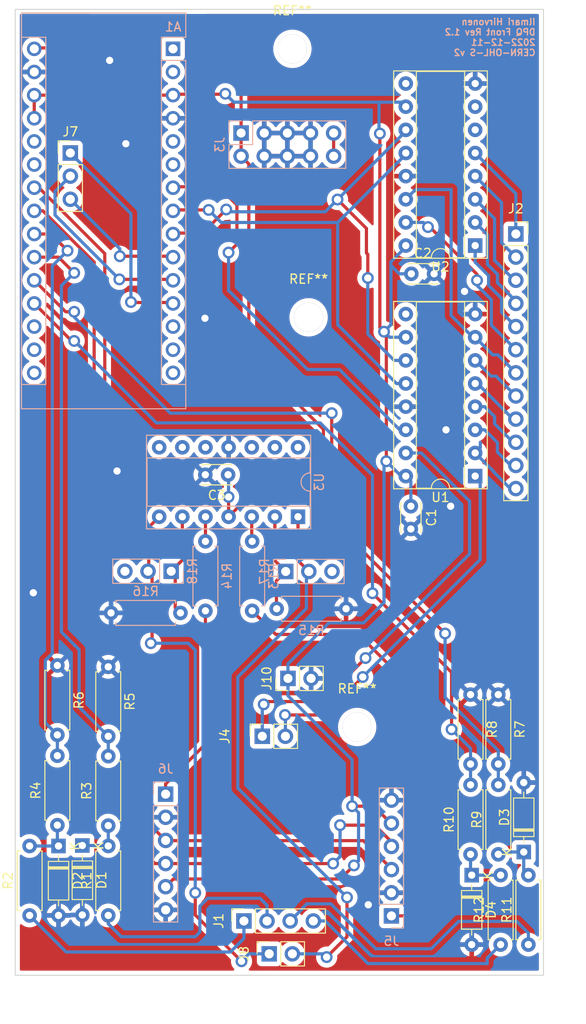
<source format=kicad_pcb>
(kicad_pcb (version 20211014) (generator pcbnew)
  (layers (0 "F.Cu" signal) (31 "B.Cu" signal) (34 "B.Paste" user) (35 "F.Paste" user) (36 "B.SilkS" user "B.Silkscreen") (37 "F.SilkS" user "F.Silkscreen") (38 "B.Mask" user) (39 "F.Mask" user) (44 "Edge.Cuts" user))
  (net 0 "")
  (net 3 "Arduino 5V")
  (net 4 "GND")
  (net 7 "Net-(A1-Pad7)")
  (net 8 "Net-(A1-Pad8)")
  (net 9 "Net-(A1-Pad9)")
  (net 10 "Net-(A1-Pad10)")
  (net 11 "Net-(A1-Pad11)")
  (net 12 "Net-(A1-Pad12)")
  (net 19 "Net-(A1-Pad19)")
  (net 20 "Net-(A1-Pad20)")
  (net 21 "Net-(A1-Pad21)")
  (net 22 "Net-(A1-Pad22)")
  (net 23 "Net-(A1-Pad23)")
  (net 24 "Net-(A1-Pad24)")
  (net 27 "+12V")
  (net 28 "Net-(D1-Pad1)")
  (net 29 "Net-(D2-Pad1)")
  (net 30 "Net-(D3-Pad1)")
  (net 31 "Net-(D4-Pad1)")
  (net 32 "Net-(J1-Pad1)")
  (net 33 "Net-(J1-Pad2)")
  (net 34 "Net-(J1-Pad3)")
  (net 35 "Net-(J1-Pad4)")
  (net 36 "/l12")
  (net 37 "/l11")
  (net 38 "/l10")
  (net 39 "/l9")
  (net 40 "/l8")
  (net 41 "/l7")
  (net 42 "/l6")
  (net 43 "/l5")
  (net 44 "/l4")
  (net 45 "/l3")
  (net 46 "/l2")
  (net 47 "/l1")
  (net 48 "/l13")
  (net 49 "/l14")
  (net 50 "Net-(J5-Pad1)")
  (net 51 "Net-(J6-Pad1)")
  (net 52 "Net-(R18-Pad2)")
  (net 53 "Net-(J8-Pad2)")
  (net 54 "Net-(R13-Pad2)")
  (net 55 "Net-(R14-Pad2)")
  (net 56 "Net-(R15-Pad1)")
  (net 57 "Net-(R16-Pad1)")
  (net 62 "Net-(J3-Pad10)")
  (footprint "Connector_PinHeader_2.54mm:PinHeader_1x03_P2.54mm_Vertical" (layer "F.Cu") (at 19.05 32.766)
    (fp_text reference "J7")
    (fp_text value "Conn_01x03_Female")
  )
  (footprint "Package_DIP:DIP-16_W7.62mm_Socket" (layer "F.Cu") (at 63.5 42.926 180)
    (fp_text reference "U2")
    (fp_text value "74HC595")
  )
  (footprint "Connector_PinSocket_2.54mm:PinSocket_1x12_P2.54mm_Vertical" (layer "F.Cu") (at 67.965 41.651)
    (fp_text reference "J2")
    (fp_text value "Conn_01x12_Female")
  )
  (footprint "Resistor_THT:R_Axial_DIN0207_L6.3mm_D2.5mm_P7.62mm_Horizontal" (layer "F.Cu") (at 66.04 109.728 90)
    (fp_text reference "R9")
    (fp_text value "10k")
  )
  (footprint "Resistor_THT:R_Axial_DIN0207_L6.3mm_D2.5mm_P7.62mm_Horizontal" (layer "F.Cu") (at 69.342 119.634 90)
    (fp_text reference "R11")
    (fp_text value "10k")
  )
  (footprint "Diode_THT:D_DO-35_SOD27_P7.62mm_Horizontal" (layer "F.Cu") (at 17.7546 108.8136 -90)
    (fp_text reference "D2")
    (fp_text value "1N4148")
  )
  (footprint "Connector_PinSocket_2.54mm:PinSocket_1x02_P2.54mm_Vertical" (layer "F.Cu") (at 40.889 120.65 90)
    (fp_text reference "J8")
    (fp_text value "Conn_01x02_Female")
  )
  (footprint "Resistor_THT:R_Axial_DIN0207_L6.3mm_D2.5mm_P7.62mm_Horizontal" (layer "F.Cu") (at 62.992 92.202 -90)
    (fp_text reference "R8")
    (fp_text value "20k")
  )
  (footprint "Package_DIP:DIP-16_W7.62mm_Socket" (layer "F.Cu") (at 63.5 68.2244 180)
    (fp_text reference "U1")
    (fp_text value "74HC595")
  )
  (footprint "MountingHole:MountingHole_3.2mm_M3" (layer "F.Cu") (at 43.434 21.336)
    (fp_text reference "REF**")
    (fp_text value "MountingHole_3.2mm_M3")
  )
  (footprint "Resistor_THT:R_Axial_DIN0207_L6.3mm_D2.5mm_P7.62mm_Horizontal" (layer "F.Cu") (at 66.04 92.202 -90)
    (fp_text reference "R7")
    (fp_text value "20k")
  )
  (footprint "Capacitor_THT:C_Disc_D3.0mm_W2.0mm_P2.50mm" (layer "F.Cu") (at 56.4388 71.5264 -90)
    (fp_text reference "C1")
    (fp_text value "10n")
  )
  (footprint "Resistor_THT:R_Axial_DIN0207_L6.3mm_D2.5mm_P7.62mm_Horizontal" (layer "F.Cu") (at 23.2156 106.5784 90)
    (fp_text reference "R3")
    (fp_text value "10k")
  )
  (footprint "Resistor_THT:R_Axial_DIN0207_L6.3mm_D2.5mm_P7.62mm_Horizontal" (layer "F.Cu") (at 66.294 119.634 90)
    (fp_text reference "R12")
    (fp_text value "10k")
  )
  (footprint "Connector_PinSocket_2.54mm:PinSocket_1x02_P2.54mm_Vertical" (layer "F.Cu") (at 40.127 96.774 90)
    (fp_text reference "J4")
    (fp_text value "Conn_01x02_Female")
  )
  (footprint "Diode_THT:D_DO-35_SOD27_P7.62mm_Horizontal" (layer "F.Cu") (at 68.834 109.474 90)
    (fp_text reference "D3")
    (fp_text value "1N4148")
  )
  (footprint "Connector_PinHeader_2.54mm:PinHeader_1x02_P2.54mm_Vertical" (layer "F.Cu") (at 42.946 90.424 90)
    (fp_text reference "J10")
    (fp_text value "Conn_01x02_Female")
  )
  (footprint "Capacitor_THT:C_Disc_D3.0mm_W2.0mm_P2.50mm" (layer "F.Cu") (at 36.3728 68.072 180)
    (fp_text reference "C3")
    (fp_text value "10n")
  )
  (footprint "Resistor_THT:R_Axial_DIN0207_L6.3mm_D2.5mm_P7.62mm_Horizontal" (layer "F.Cu") (at 17.6276 106.5276 90)
    (fp_text reference "R4")
    (fp_text value "10k")
  )
  (footprint "Connector_PinSocket_2.54mm:PinSocket_1x04_P2.54mm_Vertical" (layer "F.Cu") (at 38.11 117.0432 90)
    (fp_text reference "J1")
    (fp_text value "Conn_01x04_Female")
  )
  (footprint "Diode_THT:D_DO-35_SOD27_P7.62mm_Horizontal" (layer "F.Cu") (at 63.119 112.014 -90)
    (fp_text reference "D4")
    (fp_text value "1N4148")
  )
  (footprint "Resistor_THT:R_Axial_DIN0207_L6.3mm_D2.5mm_P7.62mm_Horizontal" (layer "F.Cu") (at 14.5796 116.4336 90)
    (fp_text reference "R2")
    (fp_text value "10k")
  )
  (footprint "MountingHole:MountingHole_3.2mm_M3" (layer "F.Cu") (at 50.546 95.758)
    (fp_text reference "REF**")
    (fp_text value "MountingHole_3.2mm_M3")
  )
  (footprint "Diode_THT:D_DO-35_SOD27_P7.62mm_Horizontal" (layer "F.Cu") (at 20.3708 108.7628 -90)
    (fp_text reference "D1")
    (fp_text value "1N4148")
  )
  (footprint "Resistor_THT:R_Axial_DIN0207_L6.3mm_D2.5mm_P7.62mm_Horizontal" (layer "F.Cu") (at 23.2156 89.154 -90)
    (fp_text reference "R5")
    (fp_text value "20k")
  )
  (footprint "Resistor_THT:R_Axial_DIN0207_L6.3mm_D2.5mm_P7.62mm_Horizontal" (layer "F.Cu") (at 62.992 109.728 90)
    (fp_text reference "R10")
    (fp_text value "10k")
  )
  (footprint "Capacitor_THT:C_Disc_D3.0mm_W2.0mm_P2.50mm" (layer "F.Cu") (at 56.4896 46.0248)
    (fp_text reference "C2")
    (fp_text value "10n")
  )
  (footprint "Resistor_THT:R_Axial_DIN0207_L6.3mm_D2.5mm_P7.62mm_Horizontal" (layer "F.Cu") (at 17.6276 89.0016 -90)
    (fp_text reference "R6")
    (fp_text value "20k")
  )
  (footprint "Resistor_THT:R_Axial_DIN0207_L6.3mm_D2.5mm_P7.62mm_Horizontal" (layer "F.Cu") (at 23.2156 116.4336 90)
    (fp_text reference "R1")
    (fp_text value "10k")
  )
  (footprint "MountingHole:MountingHole_3.2mm_M3" (layer "F.Cu") (at 45.212 50.8)
    (fp_text reference "REF**")
    (fp_text value "MountingHole_3.2mm_M3")
  )
  (footprint "Connector_PinHeader_2.54mm:PinHeader_2x05_P2.54mm_Vertical" (layer "B.Cu") (at 37.8002 30.5766 -90)
    (fp_text reference "J3")
    (fp_text value "Conn_02x05_Odd_Even")
  )
  (footprint "Connector_PinHeader_2.54mm:PinHeader_1x03_P2.54mm_Vertical" (layer "B.Cu") (at 30.1244 78.6638 90)
    (fp_text reference "R18")
    (fp_text value "R_Trim")
  )
  (footprint "Resistor_THT:R_Axial_DIN0207_L6.3mm_D2.5mm_P7.62mm_Horizontal" (layer "B.Cu") (at 33.8836 83.0072 90)
    (fp_text reference "R14")
    (fp_text value "10k")
  )
  (footprint "Module:Arduino_Nano" (layer "B.Cu") (at 30.3276 21.336 180)
    (fp_text reference "A1")
    (fp_text value "Arduino_Nano_v3.x")
  )
  (footprint "Resistor_THT:R_Axial_DIN0207_L6.3mm_D2.5mm_P7.62mm_Horizontal" (layer "B.Cu") (at 31.1404 83.2358 180)
    (fp_text reference "R16")
    (fp_text value "100k")
  )
  (footprint "Package_DIP:DIP-14_W7.62mm_Socket" (layer "B.Cu") (at 44.0486 72.6848 90)
    (fp_text reference "U3")
    (fp_text value "LM324")
  )
  (footprint "Connector_PinSocket_2.54mm:PinSocket_1x06_P2.54mm_Vertical" (layer "B.Cu") (at 29.5148 103.124 180)
    (fp_text reference "J6")
    (fp_text value "MCP4725Breakout")
  )
  (footprint "Resistor_THT:R_Axial_DIN0207_L6.3mm_D2.5mm_P7.62mm_Horizontal" (layer "B.Cu") (at 41.7068 82.7786)
    (fp_text reference "R15")
    (fp_text value "100k")
  )
  (footprint "Resistor_THT:R_Axial_DIN0207_L6.3mm_D2.5mm_P7.62mm_Horizontal" (layer "B.Cu") (at 39.0144 83.0072 90)
    (fp_text reference "R13")
    (fp_text value "10k")
  )
  (footprint "Connector_PinHeader_2.54mm:PinHeader_1x03_P2.54mm_Vertical" (layer "B.Cu") (at 42.6974 78.6892 -90)
    (fp_text reference "R17")
    (fp_text value "R_Trim")
  )
  (footprint "Connector_PinSocket_2.54mm:PinSocket_1x06_P2.54mm_Vertical" (layer "B.Cu") (at 54.3052 116.4844)
    (fp_text reference "J5")
    (fp_text value "MCP4725Breakout")
  )
  (gr_rect (start 13 17) (end 71 123) (layer "Edge.Cuts") (width 0.1) (fill none))
  (gr_text "Ilmari Hirvonen\nDPQ Front Rev 1.2\n2022-12-11 \nCERN-OHL-S v2" (at 70.2056 20.066) (layer "B.SilkS") (effects (font (size 0.7 0.7)) (justify left mirror)))
  (segment (start 52.3748 104.4448) (end 49.9872 104.4448) (width 0.35) (layer "F.Cu") (net 3))
  (segment (start 54.2544 106.3244) (end 52.3748 104.4448) (width 0.35) (layer "F.Cu") (net 3))
  (segment (start 53.0352 30.6324) (end 53.0352 51.9176) (width 0.35) (layer "F.Cu") (net 3))
  (segment (start 30.3276 26.416) (end 30.4292 26.3144) (width 0.35) (layer "F.Cu") (net 3))
  (segment (start 53.0352 51.9176) (end 53.4924 52.3748) (width 0.35) (layer "F.Cu") (net 3))
  (segment (start 30.4292 26.3144) (end 36.0172 26.3144) (width 0.35) (layer "F.Cu") (net 3))
  (segment (start 53.7464 52.6288) (end 53.4924 52.3748) (width 0.35) (layer "F.Cu") (net 3))
  (segment (start 30.3648 112.434) (end 48.7036 112.434) (width 0.35) (layer "F.Cu") (net 3))
  (segment (start 54.3052 106.3244) (end 54.2544 106.3244) (width 0.35) (layer "F.Cu") (net 3))
  (segment (start 36.0172 26.3144) (end 36.068 26.2636) (width 0.35) (layer "F.Cu") (net 3))
  (segment (start 29.5148 113.284) (end 30.3648 112.434) (width 0.35) (layer "F.Cu") (net 3))
  (segment (start 15.0876 28.956) (end 15.0876 26.416) (width 0.35) (layer "F.Cu") (net 3))
  (segment (start 48.7036 112.434) (end 50.1904 110.9472) (width 0.35) (layer "F.Cu") (net 3))
  (segment (start 53.7464 66.5988) (end 53.7464 52.6288) (width 0.35) (layer "F.Cu") (net 3))
  (segment (start 15.0876 26.416) (end 30.3276 26.416) (width 0.35) (layer "F.Cu") (net 3))
  (via (at 53.7464 66.5988) (size 1.3) (drill 0.8) (layers "F.Cu" "B.Cu") (net 3))
  (via (at 49.9872 104.4448) (size 1.3) (drill 0.8) (layers "F.Cu" "B.Cu") (net 3))
  (via (at 53.0352 30.6324) (size 1.3) (drill 0.8) (layers "F.Cu" "B.Cu") (net 3))
  (via (at 50.1904 110.9472) (size 1.3) (drill 0.8) (layers "F.Cu" "B.Cu") (net 3))
  (via (at 36.068 26.2636) (size 1.3) (drill 0.8) (layers "F.Cu" "B.Cu") (net 3))
  (via (at 53.4924 52.3748) (size 1.3) (drill 0.8) (layers "F.Cu" "B.Cu") (net 3))
  (segment (start 42.946 88.8292) (end 47.4472 84.328) (width 0.35) (layer "B.Cu") (net 3))
  (segment (start 54.2544 45.1104) (end 54.2544 44.704) (width 0.35) (layer "B.Cu") (net 3))
  (segment (start 54.2544 45.1104) (end 55.1688 46.0248) (width 0.35) (layer "B.Cu") (net 3))
  (segment (start 52.9436 27.188) (end 55.382 27.188) (width 0.35) (layer "B.Cu") (net 3))
  (segment (start 55.88 52.9844) (end 54.102 52.9844) (width 0.35) (layer "B.Cu") (net 3))
  (segment (start 55.382 27.188) (end 55.88 27.686) (width 0.35) (layer "B.Cu") (net 3))
  (segment (start 42.946 92.3236) (end 49.9872 99.3648) (width 0.35) (layer "B.Cu") (net 3))
  (segment (start 55.372 68.2244) (end 53.7464 66.5988) (width 0.35) (layer "B.Cu") (net 3))
  (segment (start 54.102 52.9844) (end 53.4924 52.3748) (width 0.35) (layer "B.Cu") (net 3))
  (segment (start 54.2544 45.1104) (end 54.2544 51.6128) (width 0.35) (layer "B.Cu") (net 3))
  (segment (start 42.946 90.424) (end 42.946 92.3236) (width 0.35) (layer "B.Cu") (net 3))
  (segment (start 55.1688 46.0248) (end 56.4896 46.0248) (width 0.35) (layer "B.Cu") (net 3))
  (segment (start 52.9436 30.5408) (end 53.0352 30.6324) (width 0.35) (layer "B.Cu") (net 3))
  (segment (start 50.6984 105.156) (end 50.6984 110.4392) (width 0.35) (layer "B.Cu") (net 3))
  (segment (start 52.9436 27.188) (end 52.9436 30.5408) (width 0.35) (layer "B.Cu") (net 3))
  (segment (start 50.6984 110.4392) (end 50.1904 110.9472) (width 0.35) (layer "B.Cu") (net 3))
  (segment (start 55.88 68.2244) (end 55.372 68.2244) (width 0.35) (layer "B.Cu") (net 3))
  (segment (start 56.4388 71.5264) (end 56.4388 68.7832) (width 0.35) (layer "B.Cu") (net 3))
  (segment (start 47.4472 84.328) (end 51.2572 84.328) (width 0.35) (layer "B.Cu") (net 3))
  (segment (start 52.9436 27.188) (end 36.9924 27.188) (width 0.35) (layer "B.Cu") (net 3))
  (segment (start 53.4924 66.8528) (end 53.7464 66.5988) (width 0.35) (layer "B.Cu") (net 3))
  (segment (start 42.946 90.424) (end 42.946 88.8292) (width 0.35) (layer "B.Cu") (net 3))
  (segment (start 56.4388 68.7832) (end 55.88 68.2244) (width 0.35) (layer "B.Cu") (net 3))
  (segment (start 49.9872 104.4448) (end 50.6984 105.156) (width 0.35) (layer "B.Cu") (net 3))
  (segment (start 54.2544 51.6128) (end 53.4924 52.3748) (width 0.35) (layer "B.Cu") (net 3))
  (segment (start 51.2572 84.328) (end 53.4924 82.0928) (width 0.35) (layer "B.Cu") (net 3))
  (segment (start 55.88 43.0784) (end 55.88 42.926) (width 0.35) (layer "B.Cu") (net 3))
  (segment (start 53.4924 82.0928) (end 53.4924 66.8528) (width 0.35) (layer "B.Cu") (net 3))
  (segment (start 49.9872 99.3648) (end 49.9872 104.4448) (width 0.35) (layer "B.Cu") (net 3))
  (segment (start 54.2544 44.704) (end 55.88 43.0784) (width 0.35) (layer "B.Cu") (net 3))
  (segment (start 36.9924 27.188) (end 36.068 26.2636) (width 0.35) (layer "B.Cu") (net 3))
  (via (at 14.986 81.026) (size 1.3) (drill 0.8) (layers "F.Cu" "B.Cu") (net 4))
  (via (at 60.8076 71.5264) (size 1.3) (drill 0.8) (layers "F.Cu" "B.Cu") (net 4))
  (via (at 60.2996 63.1444) (size 1.3) (drill 0.8) (layers "F.Cu" "B.Cu") (net 4))
  (via (at 25.146 31.75) (size 1.3) (drill 0.8) (layers "F.Cu" "B.Cu") (net 4))
  (via (at 33.8328 50.9016) (size 1.3) (drill 0.8) (layers "F.Cu" "B.Cu") (net 4))
  (via (at 24.1808 67.6656) (size 1.3) (drill 0.8) (layers "F.Cu" "B.Cu") (net 4))
  (via (at 62.3316 47.9552) (size 1.3) (drill 0.8) (layers "F.Cu" "B.Cu") (net 4))
  (via (at 51.7652 115.2652) (size 1.3) (drill 0.8) (layers "F.Cu" "B.Cu") (net 4))
  (via (at 23.368 22.606) (size 1.3) (drill 0.8) (layers "F.Cu" "B.Cu") (net 4))
  (segment (start 35.341394 36.4744) (end 37.3441 38.477106) (width 0.35) (layer "F.Cu") (net 7))
  (segment (start 30.4292 36.4744) (end 35.341394 36.4744) (width 0.35) (layer "F.Cu") (net 7))
  (segment (start 37.3441 42.7675) (end 36.4236 43.688) (width 0.35) (layer "F.Cu") (net 7))
  (segment (start 37.3441 38.477106) (end 37.3441 42.7675) (width 0.35) (layer "F.Cu") (net 7))
  (segment (start 30.3276 36.576) (end 30.4292 36.4744) (width 0.35) (layer "F.Cu") (net 7))
  (via (at 36.4236 43.688) (size 1.3) (drill 0.8) (layers "F.Cu" "B.Cu") (net 7))
  (segment (start 36.4236 43.688) (end 36.4236 47.8536) (width 0.35) (layer "B.Cu") (net 7))
  (segment (start 45.096898 56.526898) (end 48.602098 56.526898) (width 0.35) (layer "B.Cu") (net 7))
  (segment (start 48.602098 56.526898) (end 55.2196 63.1444) (width 0.35) (layer "B.Cu") (net 7))
  (segment (start 55.2196 63.1444) (end 55.88 63.1444) (width 0.35) (layer "B.Cu") (net 7))
  (segment (start 36.4236 47.8536) (end 45.096898 56.526898) (width 0.35) (layer "B.Cu") (net 7))
  (segment (start 30.3276 39.116) (end 30.4292 39.0144) (width 0.35) (layer "F.Cu") (net 8))
  (segment (start 30.4292 39.0144) (end 34.2392 39.0144) (width 0.35) (layer "F.Cu") (net 8))
  (via (at 34.2392 39.0144) (size 1.3) (drill 0.8) (layers "F.Cu" "B.Cu") (net 8))
  (segment (start 55.88 32.9184) (end 48.4063 40.3921) (width 0.35) (layer "B.Cu") (net 8))
  (segment (start 48.4063 51.6067) (end 54.864 58.0644) (width 0.35) (layer "B.Cu") (net 8))
  (segment (start 35.6169 40.3921) (end 34.2392 39.0144) (width 0.35) (layer "B.Cu") (net 8))
  (segment (start 48.4063 40.3921) (end 35.6169 40.3921) (width 0.35) (layer "B.Cu") (net 8))
  (segment (start 55.88 32.766) (end 55.88 32.9184) (width 0.35) (layer "B.Cu") (net 8))
  (segment (start 54.864 58.0644) (end 55.88 58.0644) (width 0.35) (layer "B.Cu") (net 8))
  (segment (start 48.4063 40.3921) (end 48.4063 51.6067) (width 0.35) (layer "B.Cu") (net 8))
  (segment (start 30.4292 41.5544) (end 33.5788 41.5544) (width 0.35) (layer "F.Cu") (net 9))
  (segment (start 30.3276 41.656) (end 30.4292 41.5544) (width 0.35) (layer "F.Cu") (net 9))
  (segment (start 48.387 37.8714) (end 51.562 41.0464) (width 0.35) (layer "F.Cu") (net 9))
  (segment (start 51.562 43.7388) (end 51.7144 43.8912) (width 0.35) (layer "F.Cu") (net 9))
  (segment (start 33.5788 41.5544) (end 36.1696 38.9636) (width 0.35) (layer "F.Cu") (net 9))
  (segment (start 51.562 41.0464) (end 51.562 43.7388) (width 0.35) (layer "F.Cu") (net 9))
  (segment (start 51.7144 43.8912) (end 51.7144 46.482) (width 0.35) (layer "F.Cu") (net 9))
  (via (at 36.1696 38.9636) (size 1.3) (drill 0.8) (layers "F.Cu" "B.Cu") (net 9))
  (via (at 51.7144 46.482) (size 1.3) (drill 0.8) (layers "F.Cu" "B.Cu") (net 9))
  (via (at 48.387 37.8714) (size 1.3) (drill 0.8) (layers "F.Cu" "B.Cu") (net 9))
  (segment (start 48.387 37.8714) (end 47.0408 39.2176) (width 0.35) (layer "B.Cu") (net 9))
  (segment (start 36.4236 39.2176) (end 36.1696 38.9636) (width 0.35) (layer "B.Cu") (net 9))
  (segment (start 51.7144 52.6288) (end 51.7144 46.482) (width 0.35) (layer "B.Cu") (net 9))
  (segment (start 55.88 30.3784) (end 48.387 37.8714) (width 0.35) (layer "B.Cu") (net 9))
  (segment (start 55.88 30.226) (end 55.88 30.3784) (width 0.35) (layer "B.Cu") (net 9))
  (segment (start 55.88 55.5244) (end 54.61 55.5244) (width 0.35) (layer "B.Cu") (net 9))
  (segment (start 47.0408 39.2176) (end 36.4236 39.2176) (width 0.35) (layer "B.Cu") (net 9))
  (segment (start 54.61 55.5244) (end 51.7144 52.6288) (width 0.35) (layer "B.Cu") (net 9))
  (segment (start 30.226 44.0944) (end 24.4856 44.0944) (width 0.35) (layer "F.Cu") (net 10))
  (segment (start 30.3276 44.196) (end 30.226 44.0944) (width 0.35) (layer "F.Cu") (net 10))
  (via (at 24.4856 44.0944) (size 1.3) (drill 0.8) (layers "F.Cu" "B.Cu") (net 10))
  (segment (start 24.4856 43.2816) (end 24.4856 44.0944) (width 0.35) (layer "B.Cu") (net 10))
  (segment (start 19.05 37.846) (end 24.4856 43.2816) (width 0.35) (layer "B.Cu") (net 10))
  (segment (start 30.3276 46.736) (end 30.226 46.6344) (width 0.35) (layer "F.Cu") (net 11))
  (segment (start 30.226 46.6344) (end 24.4348 46.6344) (width 0.35) (layer "F.Cu") (net 11))
  (via (at 24.4348 46.6344) (size 1.3) (drill 0.8) (layers "F.Cu" "B.Cu") (net 11))
  (segment (start 17.3736 39.5732) (end 24.4348 46.6344) (width 0.35) (layer "B.Cu") (net 11))
  (segment (start 19.05 35.306) (end 17.3736 36.9824) (width 0.35) (layer "B.Cu") (net 11))
  (segment (start 17.3736 36.9824) (end 17.3736 39.5732) (width 0.35) (layer "B.Cu") (net 11))
  (segment (start 30.3276 49.276) (end 30.226 49.1744) (width 0.35) (layer "F.Cu") (net 12))
  (segment (start 30.226 49.1744) (end 25.7556 49.1744) (width 0.35) (layer "F.Cu") (net 12))
  (segment (start 25.7556 49.1744) (end 25.7048 49.1236) (width 0.35) (layer "F.Cu") (net 12))
  (via (at 25.7048 49.1236) (size 1.3) (drill 0.8) (layers "F.Cu" "B.Cu") (net 12))
  (segment (start 19.05 32.766) (end 25.7048 39.4208) (width 0.35) (layer "B.Cu") (net 12))
  (segment (start 25.7048 39.4208) (end 25.7048 49.1236) (width 0.35) (layer "B.Cu") (net 12))
  (segment (start 19.2024 53.3908) (end 19.4757 53.3908) (width 0.35) (layer "F.Cu") (net 19))
  (segment (start 52.2224 81.0768) (end 60.9092 89.7636) (width 0.35) (layer "F.Cu") (net 19))
  (segment (start 60.9092 89.7636) (end 60.9092 96.012) (width 0.35) (layer "F.Cu") (net 19))
  (segment (start 15.0876 49.276) (end 19.2024 53.3908) (width 0.35) (layer "F.Cu") (net 19))
  (via (at 52.2224 81.0768) (size 1.3) (drill 0.8) (layers "F.Cu" "B.Cu") (net 19))
  (via (at 60.9092 96.012) (size 1.3) (drill 0.8) (layers "F.Cu" "B.Cu") (net 19))
  (via (at 19.4757 53.3908) (size 1.3) (drill 0.8) (layers "F.Cu" "B.Cu") (net 19))
  (segment (start 52.2224 81.0768) (end 52.2224 68.1228) (width 0.35) (layer "B.Cu") (net 19))
  (segment (start 62.992 98.0948) (end 62.992 99.822) (width 0.35) (layer "B.Cu") (net 19))
  (segment (start 46.482 62.3824) (end 28.4988 62.3824) (width 0.35) (layer "B.Cu") (net 19))
  (segment (start 60.9092 96.012) (end 62.992 98.0948) (width 0.35) (layer "B.Cu") (net 19))
  (segment (start 19.5072 53.3908) (end 19.4757 53.3908) (width 0.35) (layer "B.Cu") (net 19))
  (segment (start 28.4988 62.3824) (end 19.5072 53.3908) (width 0.35) (layer "B.Cu") (net 19))
  (segment (start 52.2224 68.1228) (end 46.482 62.3824) (width 0.35) (layer "B.Cu") (net 19))
  (segment (start 62.992 99.822) (end 62.992 102.108) (width 0.35) (layer "B.Cu") (net 19))
  (segment (start 18.542 50.1904) (end 19.4757 50.1904) (width 0.35) (layer "F.Cu") (net 20))
  (segment (start 15.0876 46.736) (end 18.542 50.1904) (width 0.35) (layer "F.Cu") (net 20))
  (segment (start 47.752 61.3156) (end 47.752 73.0504) (width 0.35) (layer "F.Cu") (net 20))
  (segment (start 47.752 73.0504) (end 60.198 85.4964) (width 0.35) (layer "F.Cu") (net 20))
  (via (at 47.752 61.3156) (size 1.3) (drill 0.8) (layers "F.Cu" "B.Cu") (net 20))
  (via (at 19.4757 50.1904) (size 1.3) (drill 0.8) (layers "F.Cu" "B.Cu") (net 20))
  (via (at 60.198 85.4964) (size 1.3) (drill 0.8) (layers "F.Cu" "B.Cu") (net 20))
  (segment (start 30.0228 61.3156) (end 19.4757 50.7685) (width 0.35) (layer "B.Cu") (net 20))
  (segment (start 66.04 99.822) (end 66.04 98.3488) (width 0.35) (layer "B.Cu") (net 20))
  (segment (start 66.04 99.822) (end 66.04 102.108) (width 0.35) (layer "B.Cu") (net 20))
  (segment (start 19.4757 50.7685) (end 19.4757 50.1904) (width 0.35) (layer "B.Cu") (net 20))
  (segment (start 60.198 92.5068) (end 60.198 85.4964) (width 0.35) (layer "B.Cu") (net 20))
  (segment (start 66.04 98.3488) (end 60.198 92.5068) (width 0.35) (layer "B.Cu") (net 20))
  (segment (start 47.752 61.3156) (end 30.0228 61.3156) (width 0.35) (layer "B.Cu") (net 20))
  (segment (start 15.0876 44.196) (end 17.7485 44.196) (width 0.35) (layer "F.Cu") (net 21))
  (segment (start 17.7485 44.196) (end 19.4757 45.9232) (width 0.35) (layer "F.Cu") (net 21))
  (via (at 19.4757 45.9232) (size 1.3) (drill 0.8) (layers "F.Cu" "B.Cu") (net 21))
  (segment (start 18.073101 47.325799) (end 19.4757 45.9232) (width 0.35) (layer "B.Cu") (net 21))
  (segment (start 23.2156 96.774) (end 20.0152 93.5736) (width 0.35) (layer "B.Cu") (net 21))
  (segment (start 20.0152 93.5736) (end 20.0152 87.2744) (width 0.35) (layer "B.Cu") (net 21))
  (segment (start 20.0152 87.2744) (end 18.073101 85.332301) (width 0.35) (layer "B.Cu") (net 21))
  (segment (start 23.2156 96.774) (end 23.2156 98.9584) (width 0.35) (layer "B.Cu") (net 21))
  (segment (start 18.073101 85.332301) (end 18.073101 47.325799) (width 0.35) (layer "B.Cu") (net 21))
  (segment (start 16.9164 41.656) (end 18.7452 43.4848) (width 0.35) (layer "F.Cu") (net 22))
  (segment (start 15.0876 41.656) (end 16.9164 41.656) (width 0.35) (layer "F.Cu") (net 22))
  (via (at 18.7452 43.4848) (size 1.3) (drill 0.8) (layers "F.Cu" "B.Cu") (net 22))
  (segment (start 17.0688 87.686567) (end 17.0688 45.1612) (width 0.35) (layer "B.Cu") (net 22))
  (segment (start 16.3026 95.2966) (end 16.3026 88.452767) (width 0.35) (layer "B.Cu") (net 22))
  (segment (start 17.6276 96.6216) (end 16.3026 95.2966) (width 0.35) (layer "B.Cu") (net 22))
  (segment (start 17.0688 45.1612) (end 18.7452 43.4848) (width 0.35) (layer "B.Cu") (net 22))
  (segment (start 16.3026 88.452767) (end 17.0688 87.686567) (width 0.35) (layer "B.Cu") (net 22))
  (segment (start 17.6276 96.6216) (end 17.6276 98.9076) (width 0.35) (layer "B.Cu") (net 22))
  (segment (start 29.5148 110.744) (end 47.9044 110.744) (width 0.35) (layer "F.Cu") (net 23))
  (segment (start 29.5148 110.744) (end 28.3472 110.744) (width 0.35) (layer "F.Cu") (net 23))
  (segment (start 16.037394 39.116) (end 15.0876 39.116) (width 0.35) (layer "F.Cu") (net 23))
  (segment (start 28.3472 110.744) (end 24.9936 107.3904) (width 0.35) (layer "F.Cu") (net 23))
  (segment (start 54.3052 108.8644) (end 54.3052 108.3564) (width 0.35) (layer "F.Cu") (net 23))
  (segment (start 54.3052 108.3564) (end 52.4764 106.5276) (width 0.35) (layer "F.Cu") (net 23))
  (segment (start 19.8374 83.566) (end 19.8374 59.69) (width 0.35) (layer "F.Cu") (net 23))
  (segment (start 52.4764 106.5276) (end 48.6664 106.5276) (width 0.35) (layer "F.Cu") (net 23))
  (segment (start 21.6662 57.8612) (end 21.6662 44.744806) (width 0.35) (layer "F.Cu") (net 23))
  (segment (start 24.9936 88.7222) (end 19.8374 83.566) (width 0.35) (layer "F.Cu") (net 23))
  (segment (start 21.6662 44.744806) (end 16.037394 39.116) (width 0.35) (layer "F.Cu") (net 23))
  (segment (start 24.9936 107.3904) (end 24.9936 88.7222) (width 0.35) (layer "F.Cu") (net 23))
  (segment (start 19.8374 59.69) (end 21.6662 57.8612) (width 0.35) (layer "F.Cu") (net 23))
  (via (at 48.6664 106.5276) (size 1.3) (drill 0.8) (layers "F.Cu" "B.Cu") (net 23))
  (via (at 47.9044 110.744) (size 1.3) (drill 0.8) (layers "F.Cu" "B.Cu") (net 23))
  (segment (start 47.9044 110.744) (end 48.6664 109.982) (width 0.35) (layer "B.Cu") (net 23))
  (segment (start 48.6664 109.982) (end 48.6664 106.5276) (width 0.35) (layer "B.Cu") (net 23))
  (segment (start 20.7518 66.3194) (end 22.8346 64.2366) (width 0.35) (layer "F.Cu") (net 24))
  (segment (start 20.7518 82.9818) (end 20.7518 66.3194) (width 0.35) (layer "F.Cu") (net 24))
  (segment (start 29.5398 108.229) (end 51.2314 108.229) (width 0.35) (layer "F.Cu") (net 24))
  (segment (start 22.8346 64.2366) (end 22.8346 43.81123) (width 0.35) (layer "F.Cu") (net 24))
  (segment (start 26.2636 88.4936) (end 20.7518 82.9818) (width 0.35) (layer "F.Cu") (net 24))
  (segment (start 51.2314 108.229) (end 54.3052 111.3028) (width 0.35) (layer "F.Cu") (net 24))
  (segment (start 29.5148 108.204) (end 26.2636 104.9528) (width 0.35) (layer "F.Cu") (net 24))
  (segment (start 22.8346 43.81123) (end 15.59937 36.576) (width 0.35) (layer "F.Cu") (net 24))
  (segment (start 54.3052 111.3028) (end 54.3052 111.4044) (width 0.35) (layer "F.Cu") (net 24))
  (segment (start 29.5148 108.204) (end 29.5398 108.229) (width 0.35) (layer "F.Cu") (net 24))
  (segment (start 15.59937 36.576) (end 15.0876 36.576) (width 0.35) (layer "F.Cu") (net 24))
  (segment (start 26.2636 104.9528) (end 26.2636 88.4936) (width 0.35) (layer "F.Cu") (net 24))
  (segment (start 15.1892 21.2344) (end 15.0876 21.336) (width 0.35) (layer "F.Cu") (net 27))
  (segment (start 37.8002 22.6618) (end 33.0708 17.9324) (width 0.35) (layer "F.Cu") (net 27))
  (segment (start 21.9964 17.9324) (end 18.6944 21.2344) (width 0.35) (layer "F.Cu") (net 27))
  (segment (start 38.6502 54.9062) (end 38.6502 33.9666) (width 0.35) (layer "F.Cu") (net 27))
  (segment (start 37.8002 30.5766) (end 37.8002 33.1166) (width 0.35) (layer "F.Cu") (net 27))
  (segment (start 36.4286 72.6848) (end 36.4286 70.5154) (width 0.35) (layer "F.Cu") (net 27))
  (segment (start 18.6944 21.2344) (end 15.1892 21.2344) (width 0.35) (layer "F.Cu") (net 27))
  (segment (start 41.6002 67.5132) (end 45.4152 67.5132) (width 0.35) (layer "F.Cu") (net 27))
  (segment (start 37.8002 30.5766) (end 37.8002 22.6618) (width 0.35) (layer "F.Cu") (net 27))
  (segment (start 45.4152 67.5132) (end 46.8376 66.0908) (width 0.35) (layer "F.Cu") (net 27))
  (segment (start 36.4286 72.6848) (end 41.6002 67.5132) (width 0.35) (layer "F.Cu") (net 27))
  (segment (start 38.6502 33.9666) (end 37.8002 33.1166) (width 0.35) (layer "F.Cu") (net 27))
  (segment (start 33.0708 17.9324) (end 21.9964 17.9324) (width 0.35) (layer "F.Cu") (net 27))
  (segment (start 46.8376 66.0908) (end 46.8376 63.0936) (width 0.35) (layer "F.Cu") (net 27))
  (segment (start 46.8376 63.0936) (end 38.6502 54.9062) (width 0.35) (layer "F.Cu") (net 27))
  (segment (start 36.4286 70.5154) (end 36.4236 70.5104) (width 0.35) (layer "F.Cu") (net 27))
  (via (at 36.4236 70.5104) (size 1.3) (drill 0.8) (layers "F.Cu" "B.Cu") (net 27))
  (segment (start 36.4236 68.1228) (end 36.3728 68.072) (width 0.35) (layer "B.Cu") (net 27))
  (segment (start 36.4236 70.5104) (end 36.4236 68.1228) (width 0.35) (layer "B.Cu") (net 27))
  (segment (start 23.2156 106.5784) (end 23.2156 108.8136) (width 0.35) (layer "B.Cu") (net 28))
  (segment (start 23.1648 108.7628) (end 23.2156 108.8136) (width 0.35) (layer "B.Cu") (net 28))
  (segment (start 20.3708 108.7628) (end 23.1648 108.7628) (width 0.35) (layer "B.Cu") (net 28))
  (segment (start 14.5796 108.8136) (end 17.7546 108.8136) (width 0.35) (layer "B.Cu") (net 29))
  (segment (start 17.6276 106.5276) (end 17.6276 108.6866) (width 0.35) (layer "B.Cu") (net 29))
  (segment (start 17.6276 108.6866) (end 17.7546 108.8136) (width 0.35) (layer "B.Cu") (net 29))
  (segment (start 68.7832 109.474) (end 68.3768 109.0676) (width 0.35) (layer "B.Cu") (net 30))
  (segment (start 66.294 109.474) (end 66.04 109.728) (width 0.35) (layer "B.Cu") (net 30))
  (segment (start 68.834 109.474) (end 66.294 109.474) (width 0.35) (layer "B.Cu") (net 30))
  (segment (start 68.834 109.474) (end 68.7832 109.474) (width 0.35) (layer "B.Cu") (net 30))
  (segment (start 68.834 109.474) (end 68.834 111.506) (width 0.35) (layer "B.Cu") (net 30))
  (segment (start 68.834 111.506) (end 69.342 112.014) (width 0.35) (layer "B.Cu") (net 30))
  (segment (start 66.294 112.014) (end 63.119 112.014) (width 0.35) (layer "B.Cu") (net 31))
  (segment (start 62.992 109.728) (end 62.992 111.887) (width 0.35) (layer "B.Cu") (net 31))
  (segment (start 62.992 111.887) (end 63.119 112.014) (width 0.35) (layer "B.Cu") (net 31))
  (segment (start 18.5928 120.4468) (end 14.5796 116.4336) (width 0.35) (layer "B.Cu") (net 32))
  (segment (start 38.11 118.9636) (end 36.6268 120.4468) (width 0.35) (layer "B.Cu") (net 32))
  (segment (start 38.11 117.0432) (end 38.11 118.9636) (width 0.35) (layer "B.Cu") (net 32))
  (segment (start 36.6268 120.4468) (end 18.5928 120.4468) (width 0.35) (layer "B.Cu") (net 32))
  (segment (start 32.766 118.7704) (end 24.638 118.7704) (width 0.35) (layer "B.Cu") (net 33))
  (segment (start 39.878 114.554) (end 34.1376 114.554) (width 0.35) (layer "B.Cu") (net 33))
  (segment (start 40.65 115.326) (end 39.878 114.554) (width 0.35) (layer "B.Cu") (net 33))
  (segment (start 33.274 118.2624) (end 32.766 118.7704) (width 0.35) (layer "B.Cu") (net 33))
  (segment (start 34.1376 114.554) (end 33.274 115.4176) (width 0.35) (layer "B.Cu") (net 33))
  (segment (start 24.638 118.7704) (end 23.2156 117.348) (width 0.35) (layer "B.Cu") (net 33))
  (segment (start 33.274 115.4176) (end 33.274 118.2624) (width 0.35) (layer "B.Cu") (net 33))
  (segment (start 40.65 117.0432) (end 40.65 115.326) (width 0.35) (layer "B.Cu") (net 33))
  (segment (start 23.2156 117.348) (end 23.2156 116.4336) (width 0.35) (layer "B.Cu") (net 33))
  (segment (start 69.342 118.364) (end 69.342 119.634) (width 0.35) (layer "B.Cu") (net 34))
  (segment (start 43.19 117.0432) (end 44.565 115.6682) (width 0.35) (layer "B.Cu") (net 34))
  (segment (start 44.565 115.6682) (end 44.565 115.6074) (width 0.35) (layer "B.Cu") (net 34))
  (segment (start 44.565 115.6074) (end 45.0088 115.1636) (width 0.35) (layer "B.Cu") (net 34))
  (segment (start 68.072 117.094) (end 69.342 118.364) (width 0.35) (layer "B.Cu") (net 34))
  (segment (start 45.0088 115.1636) (end 47.6504 115.1636) (width 0.35) (layer "B.Cu") (net 34))
  (segment (start 52.578 120.0912) (end 58.674 120.0912) (width 0.35) (layer "B.Cu") (net 34))
  (segment (start 47.6504 115.1636) (end 52.578 120.0912) (width 0.35) (layer "B.Cu") (net 34))
  (segment (start 61.6712 117.094) (end 68.072 117.094) (width 0.35) (layer "B.Cu") (net 34))
  (segment (start 58.674 120.0912) (end 61.6712 117.094) (width 0.35) (layer "B.Cu") (net 34))
  (segment (start 64.8208 121.7168) (end 64.8208 121.1072) (width 0.35) (layer "B.Cu") (net 35))
  (segment (start 47.0408 117.0432) (end 51.7144 121.7168) (width 0.35) (layer "B.Cu") (net 35))
  (segment (start 64.8208 121.1072) (end 66.294 119.634) (width 0.35) (layer "B.Cu") (net 35))
  (segment (start 45.73 117.0432) (end 47.0408 117.0432) (width 0.35) (layer "B.Cu") (net 35))
  (segment (start 51.7144 121.7168) (end 64.8208 121.7168) (width 0.35) (layer "B.Cu") (net 35))
  (segment (start 65.6336 44.5516) (end 65.6336 39.9796) (width 0.35) (layer "B.Cu") (net 36))
  (segment (start 65.6336 39.9796) (end 63.5 37.846) (width 0.35) (layer "B.Cu") (net 36))
  (segment (start 67.813 46.731) (end 65.6336 44.5516) (width 0.35) (layer "B.Cu") (net 36))
  (segment (start 67.965 46.731) (end 67.813 46.731) (width 0.35) (layer "B.Cu") (net 36))
  (segment (start 67.965 49.0166) (end 65.950099 47.001699) (width 0.35) (layer "B.Cu") (net 37))
  (segment (start 65.950099 46.087299) (end 64.844198 44.981398) (width 0.35) (layer "B.Cu") (net 37))
  (segment (start 65.950099 47.001699) (end 65.950099 46.087299) (width 0.35) (layer "B.Cu") (net 37))
  (segment (start 64.844198 44.981398) (end 64.844198 41.730198) (width 0.35) (layer "B.Cu") (net 37))
  (segment (start 67.965 49.271) (end 67.965 49.0166) (width 0.35) (layer "B.Cu") (net 37))
  (segment (start 64.844198 41.730198) (end 63.5 40.386) (width 0.35) (layer "B.Cu") (net 37))
  (segment (start 67.965 51.811) (end 66.3956 50.2416) (width 0.35) (layer "B.Cu") (net 38))
  (segment (start 63.5 44.7548) (end 63.5 42.926) (width 0.35) (layer "B.Cu") (net 38))
  (segment (start 64.9732 46.228) (end 63.5 44.7548) (width 0.35) (layer "B.Cu") (net 38))
  (segment (start 66.3956 50.2416) (end 66.3956 48.7172) (width 0.35) (layer "B.Cu") (net 38))
  (segment (start 66.3956 48.7172) (end 64.9732 47.2948) (width 0.35) (layer "B.Cu") (net 38))
  (segment (start 64.9732 47.2948) (end 64.9732 46.228) (width 0.35) (layer "B.Cu") (net 38))
  (segment (start 67.95 51.826) (end 67.965 51.811) (width 0.35) (layer "B.Cu") (net 38))
  (segment (start 58.5216 40.894) (end 63.7032 46.0756) (width 0.35) (layer "F.Cu") (net 39))
  (segment (start 63.7032 46.0756) (end 63.7032 46.736) (width 0.35) (layer "F.Cu") (net 39))
  (segment (start 58.3184 40.894) (end 58.5216 40.894) (width 0.35) (layer "F.Cu") (net 39))
  (via (at 63.7032 46.736) (size 1.3) (drill 0.8) (layers "F.Cu" "B.Cu") (net 39))
  (via (at 58.3184 40.894) (size 1.3) (drill 0.8) (layers "F.Cu" "B.Cu") (net 39))
  (segment (start 55.88 40.386) (end 57.8104 40.386) (width 0.35) (layer "B.Cu") (net 39))
  (segment (start 65.278 51.664) (end 65.278 48.8696) (width 0.35) (layer "B.Cu") (net 39))
  (segment (start 57.8104 40.386) (end 58.3184 40.894) (width 0.35) (layer "B.Cu") (net 39))
  (segment (start 65.278 48.8696) (end 63.7032 47.2948) (width 0.35) (layer "B.Cu") (net 39))
  (segment (start 67.965 54.351) (end 65.278 51.664) (width 0.35) (layer "B.Cu") (net 39))
  (segment (start 63.7032 47.2948) (end 63.7032 46.736) (width 0.35) (layer "B.Cu") (net 39))
  (segment (start 65.4308 54.9152) (end 65.9892 54.9152) (width 0.35) (layer "B.Cu") (net 40))
  (segment (start 60.8584 50.5968) (end 60.8584 36.7792) (width 0.35) (layer "B.Cu") (net 40))
  (segment (start 65.9892 54.9152) (end 67.965 56.891) (width 0.35) (layer "B.Cu") (net 40))
  (segment (start 63.246 52.9844) (end 60.8584 50.5968) (width 0.35) (layer "B.Cu") (net 40))
  (segment (start 63.5 52.9844) (end 63.246 52.9844) (width 0.35) (layer "B.Cu") (net 40))
  (segment (start 63.5 52.9844) (end 65.4308 54.9152) (width 0.35) (layer "B.Cu") (net 40))
  (segment (start 67.95 56.906) (end 67.965 56.891) (width 0.35) (layer "B.Cu") (net 40))
  (segment (start 60.8584 36.7792) (end 56.9468 36.7792) (width 0.35) (layer "B.Cu") (net 40))
  (segment (start 56.9468 36.7792) (end 55.88 37.846) (width 0.35) (layer "B.Cu") (net 40))
  (segment (start 64.018 55.5244) (end 63.5 55.5244) (width 0.35) (layer "B.Cu") (net 41))
  (segment (start 65.2276 57.252) (end 65.786 57.252) (width 0.35) (layer "B.Cu") (net 41))
  (segment (start 64.0638 55.4786) (end 64.018 55.5244) (width 0.35) (layer "B.Cu") (net 41))
  (segment (start 63.5 55.5244) (end 65.2276 57.252) (width 0.35) (layer "B.Cu") (net 41))
  (segment (start 65.786 57.252) (end 67.965 59.431) (width 0.35) (layer "B.Cu") (net 41))
  (segment (start 63.754 58.0644) (end 67.6606 61.971) (width 0.35) (layer "B.Cu") (net 42))
  (segment (start 67.6606 61.971) (end 67.965 61.971) (width 0.35) (layer "B.Cu") (net 42))
  (segment (start 67.95 61.986) (end 67.965 61.971) (width 0.35) (layer "B.Cu") (net 42))
  (segment (start 63.5 58.0644) (end 63.754 58.0644) (width 0.35) (layer "B.Cu") (net 42))
  (segment (start 64.018 60.6044) (end 63.5 60.6044) (width 0.35) (layer "B.Cu") (net 43))
  (segment (start 64.541033 60.6044) (end 65.6336 61.696967) (width 0.35) (layer "B.Cu") (net 43))
  (segment (start 65.6336 61.696967) (end 65.6336 62.484) (width 0.35) (layer "B.Cu") (net 43))
  (segment (start 65.6336 62.484) (end 67.6606 64.511) (width 0.35) (layer "B.Cu") (net 43))
  (segment (start 67.6606 64.511) (end 67.965 64.511) (width 0.35) (layer "B.Cu") (net 43))
  (segment (start 64.0638 60.5586) (end 64.018 60.6044) (width 0.35) (layer "B.Cu") (net 43))
  (segment (start 63.5 60.6044) (end 64.541033 60.6044) (width 0.35) (layer "B.Cu") (net 43))
  (segment (start 65.9384 64.541767) (end 65.9384 65.5828) (width 0.35) (layer "B.Cu") (net 44))
  (segment (start 65.9384 65.5828) (end 67.4066 67.051) (width 0.35) (layer "B.Cu") (net 44))
  (segment (start 64.541033 63.1444) (end 65.9384 64.541767) (width 0.35) (layer "B.Cu") (net 44))
  (segment (start 63.5 63.1444) (end 64.541033 63.1444) (width 0.35) (layer "B.Cu") (net 44))
  (segment (start 67.4066 67.051) (end 67.965 67.051) (width 0.35) (layer "B.Cu") (net 44))
  (segment (start 65.532 67.7672) (end 67.3558 69.591) (width 0.35) (layer "B.Cu") (net 45))
  (segment (start 63.5 65.6844) (end 65.532 67.7164) (width 0.35) (layer "B.Cu") (net 45))
  (segment (start 64.0638 65.1206) (end 63.5 65.6844) (width 0.35) (layer "B.Cu") (net 45))
  (segment (start 65.532 67.7164) (end 65.532 67.7672) (width 0.35) (layer "B.Cu") (net 45))
  (segment (start 64.0638 64.511) (end 64.0638 65.1206) (width 0.35) (layer "B.Cu") (net 45))
  (segment (start 67.3558 69.591) (end 67.965 69.591) (width 0.35) (layer "B.Cu") (net 45))
  (segment (start 42.6212 94.4372) (end 46.99 94.4372) (width 0.35) (layer "F.Cu") (net 46))
  (segment (start 46.99 94.4372) (end 51.1556 90.2716) (width 0.35) (layer "F.Cu") (net 46))
  (via (at 51.1556 90.2716) (size 1.3) (drill 0.8) (layers "F.Cu" "B.Cu") (net 46))
  (via (at 42.6212 94.4372) (size 1.3) (drill 0.8) (layers "F.Cu" "B.Cu") (net 46))
  (segment (start 64.0488 68.7732) (end 64.0488 77.3784) (width 0.35) (layer "B.Cu") (net 46))
  (segment (start 63.5 68.2244) (end 64.0488 68.7732) (width 0.35) (layer "B.Cu") (net 46))
  (segment (start 64.0488 77.3784) (end 51.1556 90.2716) (width 0.35) (layer "B.Cu") (net 46))
  (segment (start 42.667 94.483) (end 42.6212 94.4372) (width 0.35) (layer "B.Cu") (net 46))
  (segment (start 42.667 96.774) (end 42.667 94.483) (width 0.35) (layer "B.Cu") (net 46))
  (segment (start 40.5892 92.964) (end 46.6852 92.964) (width 0.35) (layer "F.Cu") (net 47))
  (segment (start 46.6852 92.964) (end 51.4604 88.1888) (width 0.35) (layer "F.Cu") (net 47))
  (segment (start 40.2844 93.2688) (end 40.5892 92.964) (width 0.35) (layer "F.Cu") (net 47))
  (via (at 40.2844 93.2688) (size 1.3) (drill 0.8) (layers "F.Cu" "B.Cu") (net 47))
  (via (at 51.4604 88.1888) (size 1.3) (drill 0.8) (layers "F.Cu" "B.Cu") (net 47))
  (segment (start 62.8904 70.9876) (end 62.8904 76.7588) (width 0.35) (layer "B.Cu") (net 47))
  (segment (start 40.127 93.4262) (end 40.127 96.774) (width 0.35) (layer "B.Cu") (net 47))
  (segment (start 57.5872 65.6844) (end 62.8904 70.9876) (width 0.35) (layer "B.Cu") (net 47))
  (segment (start 40.2844 93.2688) (end 40.127 93.4262) (width 0.35) (layer "B.Cu") (net 47))
  (segment (start 55.88 65.6844) (end 57.5872 65.6844) (width 0.35) (layer "B.Cu") (net 47))
  (segment (start 62.8904 76.7588) (end 51.4604 88.1888) (width 0.35) (layer "B.Cu") (net 47))
  (segment (start 66.3956 42.6216) (end 67.965 44.191) (width 0.35) (layer "B.Cu") (net 48))
  (segment (start 67.8584 44.2976) (end 67.965 44.191) (width 0.35) (layer "B.Cu") (net 48))
  (segment (start 66.3956 38.2016) (end 66.3956 42.6216) (width 0.35) (layer "B.Cu") (net 48))
  (segment (start 63.5 35.306) (end 66.3956 38.2016) (width 0.35) (layer "B.Cu") (net 48))
  (segment (start 67.965 37.231) (end 67.965 41.651) (width 0.35) (layer "B.Cu") (net 49))
  (segment (start 63.5 32.766) (end 67.965 37.231) (width 0.35) (layer "B.Cu") (net 49))
  (segment (start 59.0804 113.2332) (end 55.8292 116.4844) (width 0.35) (layer "F.Cu") (net 50))
  (segment (start 50.6984 85.598) (end 59.0804 93.98) (width 0.35) (layer "F.Cu") (net 50))
  (segment (start 59.0804 93.98) (end 59.0804 113.2332) (width 0.35) (layer "F.Cu") (net 50))
  (segment (start 41.6052 85.598) (end 50.6984 85.598) (width 0.35) (layer "F.Cu") (net 50))
  (segment (start 39.0144 83.0072) (end 41.6052 85.598) (width 0.35) (layer "F.Cu") (net 50))
  (segment (start 55.8292 116.4844) (end 54.3052 116.4844) (width 0.35) (layer "F.Cu") (net 50))
  (segment (start 33.8836 97.6376) (end 29.5148 102.0064) (width 0.35) (layer "F.Cu") (net 51))
  (segment (start 29.5148 102.0064) (end 29.5148 103.124) (width 0.35) (layer "F.Cu") (net 51))
  (segment (start 33.8836 83.0072) (end 33.8836 97.6376) (width 0.35) (layer "F.Cu") (net 51))
  (segment (start 27.6606 73.8328) (end 28.8086 72.6848) (width 0.35) (layer "F.Cu") (net 52))
  (segment (start 32.766 116.3828) (end 32.766 113.9505) (width 0.35) (layer "F.Cu") (net 52))
  (segment (start 37.846 121.4628) (end 32.766 116.3828) (width 0.35) (layer "F.Cu") (net 52))
  (segment (start 28.0266 86.4258) (end 27.8892 86.5632) (width 0.35) (layer "F.Cu") (net 52))
  (segment (start 27.6606 78.5876) (end 27.6606 73.8328) (width 0.35) (layer "F.Cu") (net 52))
  (segment (start 27.5844 78.6638) (end 27.6606 78.5876) (width 0.35) (layer "F.Cu") (net 52))
  (segment (start 28.0266 79.106) (end 28.0266 86.4258) (width 0.35) (layer "F.Cu") (net 52))
  (segment (start 27.5844 78.6638) (end 28.0266 79.106) (width 0.35) (layer "F.Cu") (net 52))
  (via (at 37.846 121.4628) (size 1.3) (drill 0.8) (layers "F.Cu" "B.Cu") (net 52))
  (via (at 27.8892 86.5632) (size 1.3) (drill 0.8) (layers "F.Cu" "B.Cu") (net 52))
  (via (at 32.766 113.9505) (size 1.3) (drill 0.8) (layers "F.Cu" "B.Cu") (net 52))
  (segment (start 32.766 113.9505) (end 32.766 87.3252) (width 0.35) (layer "B.Cu") (net 52))
  (segment (start 32.004 86.5632) (end 27.8892 86.5632) (width 0.35) (layer "B.Cu") (net 52))
  (segment (start 38.6588 120.65) (end 37.846 121.4628) (width 0.35) (layer "B.Cu") (net 52))
  (segment (start 32.766 87.3252) (end 32.004 86.5632) (width 0.35) (layer "B.Cu") (net 52))
  (segment (start 40.889 120.65) (end 38.6588 120.65) (width 0.35) (layer "B.Cu") (net 52))
  (segment (start 49.4284 118.7704) (end 49.4284 114.4524) (width 0.35) (layer "F.Cu") (net 53))
  (segment (start 44.0486 72.6848) (end 44.0486 77.5004) (width 0.35) (layer "F.Cu") (net 53))
  (segment (start 47.1932 121.0056) (end 49.4284 118.7704) (width 0.35) (layer "F.Cu") (net 53))
  (segment (start 44.0486 77.5004) (end 45.2374 78.6892) (width 0.35) (layer "F.Cu") (net 53))
  (via (at 47.1932 121.0056) (size 1.3) (drill 0.8) (layers "F.Cu" "B.Cu") (net 53))
  (via (at 49.4284 114.4524) (size 1.3) (drill 0.8) (layers "F.Cu" "B.Cu") (net 53))
  (segment (start 37.4396 102.4636) (end 37.4396 90.2716) (width 0.35) (layer "B.Cu") (net 53))
  (segment (start 37.4396 90.2716) (end 44.973 82.7382) (width 0.35) (layer "B.Cu") (net 53))
  (segment (start 43.429 120.65) (end 46.8376 120.65) (width 0.35) (layer "B.Cu") (net 53))
  (segment (start 49.4284 114.4524) (end 37.4396 102.4636) (width 0.35) (layer "B.Cu") (net 53))
  (segment (start 44.973 78.9536) (end 45.2374 78.6892) (width 0.35) (layer "B.Cu") (net 53))
  (segment (start 44.973 82.7382) (end 44.973 78.9536) (width 0.35) (layer "B.Cu") (net 53))
  (segment (start 46.8376 120.65) (end 47.1932 121.0056) (width 0.35) (layer "B.Cu") (net 53))
  (segment (start 38.9686 75.3414) (end 39.0144 75.3872) (width 0.35) (layer "F.Cu") (net 54))
  (segment (start 38.9686 72.6848) (end 38.9686 75.3414) (width 0.35) (layer "F.Cu") (net 54))
  (segment (start 33.8886 72.6848) (end 33.8886 75.3822) (width 0.35) (layer "F.Cu") (net 55))
  (segment (start 33.8886 75.3822) (end 33.8836 75.3872) (width 0.35) (layer "F.Cu") (net 55))
  (segment (start 41.5086 77.5004) (end 42.6974 78.6892) (width 0.35) (layer "F.Cu") (net 56))
  (segment (start 41.7068 82.7786) (end 41.6814 82.7532) (width 0.35) (layer "F.Cu") (net 56))
  (segment (start 41.5086 72.6848) (end 41.5086 77.5004) (width 0.35) (layer "F.Cu") (net 56))
  (segment (start 41.6814 82.7532) (end 41.6814 79.7052) (width 0.35) (layer "F.Cu") (net 56))
  (segment (start 41.6814 79.7052) (end 42.6974 78.6892) (width 0.35) (layer "F.Cu") (net 56))
  (segment (start 30.5666 79.106) (end 30.5666 82.662) (width 0.35) (layer "F.Cu") (net 57))
  (segment (start 31.3486 72.6848) (end 31.3486 77.4396) (width 0.35) (layer "F.Cu") (net 57))
  (segment (start 30.5666 82.662) (end 31.1404 83.2358) (width 0.35) (layer "F.Cu") (net 57))
  (segment (start 31.3486 77.4396) (end 30.1244 78.6638) (width 0.35) (layer "F.Cu") (net 57))
  (segment (start 30.1244 78.6638) (end 30.5666 79.106) (width 0.35) (layer "F.Cu") (net 57))
  (segment (start 47.9602 30.5766) (end 47.9602 33.1166) (width 0.35) (layer "F.Cu") (net 62))
  (zone (net 4) (net_name "GND") (layers F&B.Cu) (connect_pads (clearance 0.508)) (min_thickness 0.254) (fill yes (thermal_gap 0.508) (thermal_bridge_width 0.508))
    (polygon (pts (xy 72.933138 124.290111) (xy 12.596688 124.315597) (xy 12.3952 16.3068) (xy 72.52845 15.976514)))
  )
)
</source>
